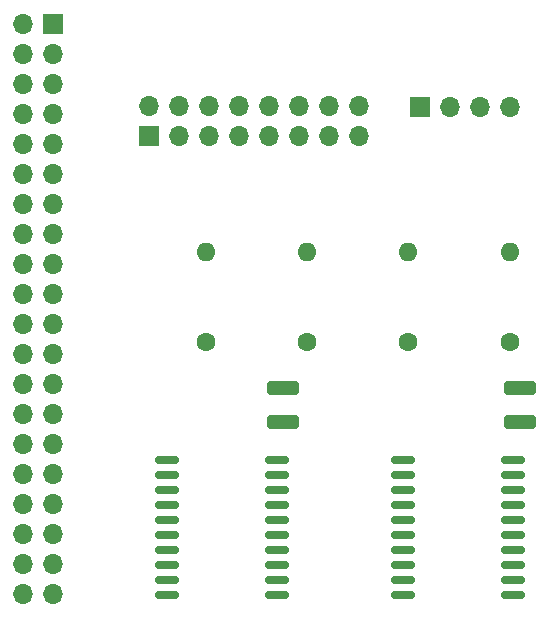
<source format=gbs>
G04 #@! TF.GenerationSoftware,KiCad,Pcbnew,9.0.0*
G04 #@! TF.CreationDate,2025-05-05T16:58:24-05:00*
G04 #@! TF.ProjectId,active3-rpi-hub75-adapter,61637469-7665-4332-9d72-70692d687562,rev?*
G04 #@! TF.SameCoordinates,Original*
G04 #@! TF.FileFunction,Soldermask,Bot*
G04 #@! TF.FilePolarity,Negative*
%FSLAX46Y46*%
G04 Gerber Fmt 4.6, Leading zero omitted, Abs format (unit mm)*
G04 Created by KiCad (PCBNEW 9.0.0) date 2025-05-05 16:58:24*
%MOMM*%
%LPD*%
G01*
G04 APERTURE LIST*
G04 Aperture macros list*
%AMRoundRect*
0 Rectangle with rounded corners*
0 $1 Rounding radius*
0 $2 $3 $4 $5 $6 $7 $8 $9 X,Y pos of 4 corners*
0 Add a 4 corners polygon primitive as box body*
4,1,4,$2,$3,$4,$5,$6,$7,$8,$9,$2,$3,0*
0 Add four circle primitives for the rounded corners*
1,1,$1+$1,$2,$3*
1,1,$1+$1,$4,$5*
1,1,$1+$1,$6,$7*
1,1,$1+$1,$8,$9*
0 Add four rect primitives between the rounded corners*
20,1,$1+$1,$2,$3,$4,$5,0*
20,1,$1+$1,$4,$5,$6,$7,0*
20,1,$1+$1,$6,$7,$8,$9,0*
20,1,$1+$1,$8,$9,$2,$3,0*%
G04 Aperture macros list end*
%ADD10R,1.700000X1.700000*%
%ADD11O,1.700000X1.700000*%
%ADD12C,1.600000*%
%ADD13O,1.600000X1.600000*%
%ADD14RoundRect,0.150000X0.875000X0.150000X-0.875000X0.150000X-0.875000X-0.150000X0.875000X-0.150000X0*%
%ADD15RoundRect,0.250000X1.100000X-0.325000X1.100000X0.325000X-1.100000X0.325000X-1.100000X-0.325000X0*%
G04 APERTURE END LIST*
D10*
X129750000Y-65930000D03*
D11*
X127210000Y-65930000D03*
X129750000Y-68470000D03*
X127210000Y-68470000D03*
X129750000Y-71010000D03*
X127210000Y-71010000D03*
X129750000Y-73550000D03*
X127210000Y-73550000D03*
X129750000Y-76090000D03*
X127210000Y-76090000D03*
X129750000Y-78630000D03*
X127210000Y-78630000D03*
X129750000Y-81170000D03*
X127210000Y-81170000D03*
X129750000Y-83710000D03*
X127210000Y-83710000D03*
X129750000Y-86250000D03*
X127210000Y-86250000D03*
X129750000Y-88790000D03*
X127210000Y-88790000D03*
X129750000Y-91330000D03*
X127210000Y-91330000D03*
X129750000Y-93870000D03*
X127210000Y-93870000D03*
X129750000Y-96410000D03*
X127210000Y-96410000D03*
X129750000Y-98950000D03*
X127210000Y-98950000D03*
X129750000Y-101490000D03*
X127210000Y-101490000D03*
X129750000Y-104030000D03*
X127210000Y-104030000D03*
X129750000Y-106570000D03*
X127210000Y-106570000D03*
X129750000Y-109110000D03*
X127210000Y-109110000D03*
X129750000Y-111650000D03*
X127210000Y-111650000D03*
X129750000Y-114190000D03*
X127210000Y-114190000D03*
D12*
X159833300Y-92810000D03*
D13*
X159833300Y-85190000D03*
D14*
X168700000Y-102800000D03*
X168700000Y-104070000D03*
X168700000Y-105340000D03*
X168700000Y-106610000D03*
X168700000Y-107880000D03*
X168700000Y-109150000D03*
X168700000Y-110420000D03*
X168700000Y-111690000D03*
X168700000Y-112960000D03*
X168700000Y-114230000D03*
X159400000Y-114230000D03*
X159400000Y-112960000D03*
X159400000Y-111690000D03*
X159400000Y-110420000D03*
X159400000Y-109150000D03*
X159400000Y-107880000D03*
X159400000Y-106610000D03*
X159400000Y-105340000D03*
X159400000Y-104070000D03*
X159400000Y-102800000D03*
X148700000Y-102800000D03*
X148700000Y-104070000D03*
X148700000Y-105340000D03*
X148700000Y-106610000D03*
X148700000Y-107880000D03*
X148700000Y-109150000D03*
X148700000Y-110420000D03*
X148700000Y-111690000D03*
X148700000Y-112960000D03*
X148700000Y-114230000D03*
X139400000Y-114230000D03*
X139400000Y-112960000D03*
X139400000Y-111690000D03*
X139400000Y-110420000D03*
X139400000Y-109150000D03*
X139400000Y-107880000D03*
X139400000Y-106610000D03*
X139400000Y-105340000D03*
X139400000Y-104070000D03*
X139400000Y-102800000D03*
D12*
X142700000Y-92810000D03*
D13*
X142700000Y-85190000D03*
D15*
X169250000Y-99640000D03*
X169250000Y-96690000D03*
D10*
X137900000Y-75390000D03*
D11*
X137900000Y-72850000D03*
X140440000Y-75390000D03*
X140440000Y-72850000D03*
X142980000Y-75390000D03*
X142980000Y-72850000D03*
X145520000Y-75390000D03*
X145520000Y-72850000D03*
X148060000Y-75390000D03*
X148060000Y-72850000D03*
X150600000Y-75390000D03*
X150600000Y-72850000D03*
X153140000Y-75390000D03*
X153140000Y-72850000D03*
X155680000Y-75390000D03*
X155680000Y-72850000D03*
D12*
X168400000Y-92810000D03*
D13*
X168400000Y-85190000D03*
D10*
X160850000Y-72950000D03*
D11*
X163390000Y-72950000D03*
X165930000Y-72950000D03*
X168470000Y-72950000D03*
D15*
X149250000Y-99640000D03*
X149250000Y-96690000D03*
D12*
X151266700Y-92810000D03*
D13*
X151266700Y-85190000D03*
M02*

</source>
